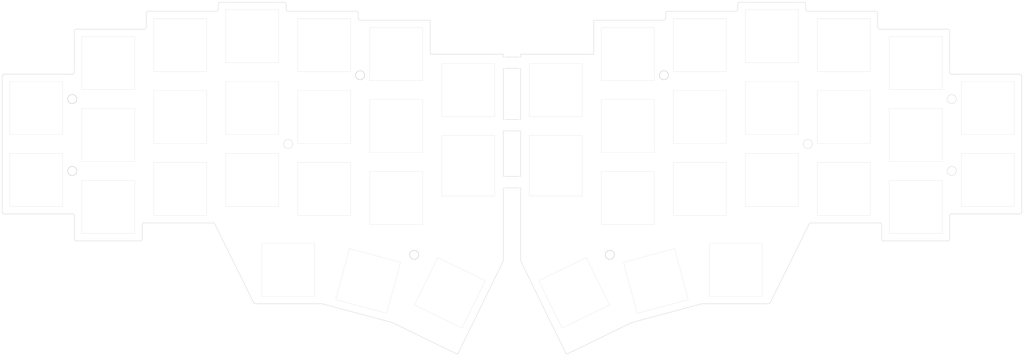
<source format=kicad_pcb>
(kicad_pcb (version 20240108) (generator "pcbnew") (generator_version "8.0")
  (layers (0 "F.Cu" signal) (31 "B.Cu" signal) (34 "B.Paste" user) (35 "F.Paste" user) (36 "B.SilkS" user "B.Silkscreen") (37 "F.SilkS" user "F.Silkscreen") (38 "B.Mask" user) (39 "F.Mask" user) (44 "Edge.Cuts" user))
  (net 0 "")
  (footprint "PCM_marbastlib-mx:SW_MX_1u_null" (layer "F.Cu") (at 57.15 -19.05)
    (property "Reference" "MX4" (hide yes))
    (property "Value" "MX_SW_solder" (hide yes))
    (fp_line (start -7 -7) (end -7 7) (stroke (width 0.05)) (layer "Edge.Cuts"))
    (fp_line (start -7 7) (end 7 7) (stroke (width 0.05)) (layer "Edge.Cuts"))
    (fp_line (start 7 -7) (end -7 -7) (stroke (width 0.05)) (layer "Edge.Cuts"))
    (fp_line (start 7 7) (end 7 -7) (stroke (width 0.05)) (layer "Edge.Cuts"))
  )
  (footprint "PCM_marbastlib-mx:SW_MX_1u_null" (layer "F.Cu") (at 57.15 0)
    (property "Reference" "MX11" (hide yes))
    (property "Value" "MX_SW_solder" (hide yes))
    (fp_line (start -7 -7) (end -7 7) (stroke (width 0.05)) (layer "Edge.Cuts"))
    (fp_line (start -7 7) (end 7 7) (stroke (width 0.05)) (layer "Edge.Cuts"))
    (fp_line (start 7 -7) (end -7 -7) (stroke (width 0.05)) (layer "Edge.Cuts"))
    (fp_line (start 7 7) (end 7 -7) (stroke (width 0.05)) (layer "Edge.Cuts"))
  )
  (footprint "PCM_marbastlib-mx:SW_MX_1u_null" (layer "F.Cu") (at 0 19.05)
    (property "Reference" "MX8" (hide yes))
    (property "Value" "MX_SW_solder" (hide yes))
    (fp_line (start -7 -7) (end -7 7) (stroke (width 0.05)) (layer "Edge.Cuts"))
    (fp_line (start -7 7) (end 7 7) (stroke (width 0.05)) (layer "Edge.Cuts"))
    (fp_line (start 7 -7) (end -7 -7) (stroke (width 0.05)) (layer "Edge.Cuts"))
    (fp_line (start 7 7) (end 7 -7) (stroke (width 0.05)) (layer "Edge.Cuts"))
  )
  (footprint "PCM_marbastlib-mx:SW_MX_1u_null" (layer "F.Cu") (at 95.25 4.7625)
    (property "Reference" "MX13" (hide yes))
    (property "Value" "MX_SW_solder" (hide yes))
    (fp_line (start -7 -7) (end -7 7) (stroke (width 0.05)) (layer "Edge.Cuts"))
    (fp_line (start -7 7) (end 7 7) (stroke (width 0.05)) (layer "Edge.Cuts"))
    (fp_line (start 7 -7) (end -7 -7) (stroke (width 0.05)) (layer "Edge.Cuts"))
    (fp_line (start 7 7) (end 7 -7) (stroke (width 0.05)) (layer "Edge.Cuts"))
  )
  (footprint "PCM_marbastlib-mx:SW_MX_1u_null" (layer "F.Cu") (at 137.52625 14.2875)
    (property "Reference" "MX30" (hide yes))
    (property "Value" "MX_SW_solder" (hide yes))
    (fp_line (start -7 -7) (end -7 9) (stroke (width 0.05)) (layer "Edge.Cuts"))
    (fp_line (start -7 9) (end 7 9) (stroke (width 0.05)) (layer "Edge.Cuts"))
    (fp_line (start 7 -7) (end -7 -7) (stroke (width 0.05)) (layer "Edge.Cuts"))
    (fp_line (start 7 9) (end 7 -7) (stroke (width 0.05)) (layer "Edge.Cuts"))
  )
  (footprint "PCM_marbastlib-mx:SW_MX_1u_null" (layer "F.Cu") (at 57.15 19.05)
    (property "Reference" "MX17" (hide yes))
    (property "Value" "MX_SW_solder" (hide yes))
    (fp_line (start -7 -7) (end -7 7) (stroke (width 0.05)) (layer "Edge.Cuts"))
    (fp_line (start -7 7) (end 7 7) (stroke (width 0.05)) (layer "Edge.Cuts"))
    (fp_line (start 7 -7) (end -7 -7) (stroke (width 0.05)) (layer "Edge.Cuts"))
    (fp_line (start 7 7) (end 7 -7) (stroke (width 0.05)) (layer "Edge.Cuts"))
  )
  (footprint "PCM_marbastlib-mx:SW_MX_1u_null" (layer "F.Cu") (at 213.72625 -16.66875)
    (property "Reference" "MX27" (hide yes))
    (property "Value" "MX_SW_solder" (hide yes))
    (fp_line (start -7 -7) (end -7 7) (stroke (width 0.05)) (layer "Edge.Cuts"))
    (fp_line (start -7 7) (end 7 7) (stroke (width 0.05)) (layer "Edge.Cuts"))
    (fp_line (start 7 -7) (end -7 -7) (stroke (width 0.05)) (layer "Edge.Cuts"))
    (fp_line (start 7 7) (end 7 -7) (stroke (width 0.05)) (layer "Edge.Cuts"))
  )
  (footprint "clipboard:f7853d81-d063-49a6-a7ac-4c26002f4210" (layer "F.Cu") (at 125.4125 3.175)
    (property "Reference" "" (at 0 0 0) (layer "F.SilkS") (effects (font (size 1.27 1.27))))
    (property "Value" "" (at 0 0 0) (layer "F.SilkS") (effects (font (size 1.27 1.27))))
    (pad "" np_thru_hole circle (at -1.564046 0) (size 0.4 0.4) (drill 0.4) (layers "F&B.Cu" "*.Mask"))
    (pad "" np_thru_hole circle (at -1.564046 0.68) (size 0.4 0.4) (drill 0.4) (layers "F&B.Cu" "*.Mask"))
    (pad "" np_thru_hole circle (at -1.564046 1.36) (size 0.4 0.4) (drill 0.4) (layers "F&B.Cu" "*.Mask"))
    (pad "" np_thru_hole circle (at -1.564046 2.04) (size 0.4 0.4) (drill 0.4) (layers "F&B.Cu" "*.Mask"))
    (pad "" np_thru_hole circle (at -1.564046 2.72) (size 0.4 0.4) (drill 0.4) (layers "F&B.Cu" "*.Mask"))
    (pad "" np_thru_hole circle (at 2.574296 0) (size 0.4 0.4) (drill 0.4) (layers "F&B.Cu" "*.Mask"))
    (pad "" np_thru_hole circle (at 2.574296 0.68) (size 0.4 0.4) (drill 0.4) (layers "F&B.Cu" "*.Mask"))
    (pad "" np_thru_hole circle (at 2.574296 1.36) (size 0.4 0.4) (drill 0.4) (layers "F&B.Cu" "*.Mask"))
    (pad "" np_thru_hole circle (at 2.574296 2.04) (size 0.4 0.4) (drill 0.4) (layers "F&B.Cu" "*.Mask"))
    (pad "" np_thru_hole circle (at 2.574296 2.72) (size 0.4 0.4) (drill 0.4) (layers "F&B.Cu" "*.Mask"))
  )
  (footprint "PCM_marbastlib-mx:SW_MX_1u_null" (layer "F.Cu") (at 95.25 23.8125)
    (property "Reference" "MX19" (hide yes))
    (property "Value" "MX_SW_solder" (hide yes))
    (fp_line (start -7 -7) (end -7 7) (stroke (width 0.05)) (layer "Edge.Cuts"))
    (fp_line (start -7 7) (end 7 7) (stroke (width 0.05)) (layer "Edge.Cuts"))
    (fp_line (start 7 -7) (end -7 -7) (stroke (width 0.05)) (layer "Edge.Cuts"))
    (fp_line (start 7 7) (end 7 -7) (stroke (width 0.05)) (layer "Edge.Cuts"))
  )
  (footprint "PCM_marbastlib-mx:SW_MX_1u_null" (layer "F.Cu") (at 232.77625 7.14375)
    (property "Reference" "MX35" (hide yes))
    (property "Value" "MX_SW_solder" (hide yes))
    (fp_line (start -7 -7) (end -7 7) (stroke (width 0.05)) (layer "Edge.Cuts"))
    (fp_line (start -7 7) (end 7 7) (stroke (width 0.05)) (layer "Edge.Cuts"))
    (fp_line (start 7 -7) (end -7 -7) (stroke (width 0.05)) (layer "Edge.Cuts"))
    (fp_line (start 7 7) (end 7 -7) (stroke (width 0.05)) (layer "Edge.Cuts"))
  )
  (footprint "PCM_marbastlib-mx:SW_MX_1u_null" (layer "F.Cu") (at 0 0)
    (property "Reference" "MX1" (hide yes))
    (property "Value" "MX_SW_solder" (hide yes))
    (fp_line (start -7 -7) (end -7 7) (stroke (width 0.05)) (layer "Edge.Cuts"))
    (fp_line (start -7 7) (end 7 7) (stroke (width 0.05)) (layer "Edge.Cuts"))
    (fp_line (start 7 -7) (end -7 -7) (stroke (width 0.05)) (layer "Edge.Cuts"))
    (fp_line (start 7 7) (end 7 -7) (stroke (width 0.05)) (layer "Edge.Cuts"))
  )
  (footprint "PCM_marbastlib-mx:SW_MX_1u_null" (layer "F.Cu") (at 175.62625 -16.66875)
    (property "Reference" "MX25" (hide yes))
    (property "Value" "MX_SW_solder" (hide yes))
    (fp_line (start -7 -7) (end -7 7) (stroke (width 0.05)) (layer "Edge.Cuts"))
    (fp_line (start -7 7) (end 7 7) (stroke (width 0.05)) (layer "Edge.Cuts"))
    (fp_line (start 7 -7) (end -7 -7) (stroke (width 0.05)) (layer "Edge.Cuts"))
    (fp_line (start 7 7) (end 7 -7) (stroke (width 0.05)) (layer "Edge.Cuts"))
  )
  (footprint "PCM_marbastlib-mx:SW_MX_1u_null" (layer "F.Cu") (at 194.67625 0)
    (property "Reference" "MX33" (hide yes))
    (property "Value" "MX_SW_solder" (hide yes))
    (fp_line (start -7 -7) (end -7 7) (stroke (width 0.05)) (layer "Edge.Cuts"))
    (fp_line (start -7 7) (end 7 7) (stroke (width 0.05)) (layer "Edge.Cuts"))
    (fp_line (start 7 -7) (end -7 -7) (stroke (width 0.05)) (layer "Edge.Cuts"))
    (fp_line (start 7 7) (end 7 -7) (stroke (width 0.05)) (layer "Edge.Cuts"))
  )
  (footprint "PCM_marbastlib-mx:SW_MX_1u_null" (layer "F.Cu") (at 66.675 42.8625)
    (property "Reference" "MX20" (hide yes))
    (property "Value" "MX_SW_solder" (hide yes))
    (fp_line (start -7 -7) (end -7 7) (stroke (width 0.05)) (layer "Edge.Cuts"))
    (fp_line (start -7 7) (end 7 7) (stroke (width 0.05)) (layer "Edge.Cuts"))
    (fp_line (start 7 -7) (end -7 -7) (stroke (width 0.05)) (layer "Edge.Cuts"))
    (fp_line (start 7 7) (end 7 -7) (stroke (width 0.05)) (layer "Edge.Cuts"))
  )
  (footprint "clipboard:f7853d81-d063-49a6-a7ac-4c26002f4210" (layer "F.Cu") (at 125.389046 18.270635)
    (property "Reference" "" (at 0 0 0) (layer "F.SilkS") (effects (font (size 1.27 1.27))))
    (property "Value" "" (at 0 0 0) (layer "F.SilkS") (effects (font (size 1.27 1.27))))
    (pad "" np_thru_hole circle (at -1.564046 0) (size 0.4 0.4) (drill 0.4) (layers "F&B.Cu" "*.Mask"))
    (pad "" np_thru_hole circle (at -1.564046 0.68) (size 0.4 0.4) (drill 0.4) (layers "F&B.Cu" "*.Mask"))
    (pad "" np_thru_hole circle (at -1.564046 1.36) (size 0.4 0.4) (drill 0.4) (layers "F&B.Cu" "*.Mask"))
    (pad "" np_thru_hole circle (at -1.564046 2.04) (size 0.4 0.4) (drill 0.4) (layers "F&B.Cu" "*.Mask"))
    (pad "" np_thru_hole circle (at -1.564046 2.72) (size 0.4 0.4) (drill 0.4) (layers "F&B.Cu" "*.Mask"))
    (pad "" np_thru_hole circle (at 2.574296 0) (size 0.4 0.4) (drill 0.4) (layers "F&B.Cu" "*.Mask"))
    (pad "" np_thru_hole circle (at 2.574296 0.68) (size 0.4 0.4) (drill 0.4) (layers "F&B.Cu" "*.Mask"))
    (pad "" np_thru_hole circle (at 2.574296 1.36) (size 0.4 0.4) (drill 0.4) (layers "F&B.Cu" "*.Mask"))
    (pad "" np_thru_hole circle (at 2.574296 2.04) (size 0.4 0.4) (drill 0.4) (layers "F&B.Cu" "*.Mask"))
    (pad "" np_thru_hole circle (at 2.574296 2.72) (size 0.4 0.4) (drill 0.4) (layers "F&B.Cu" "*.Mask"))
  )
  (footprint "PCM_marbastlib-mx:SW_MX_1u_null" (layer "F.Cu") (at 175.62625 21.43125)
    (property "Reference" "MX38" (hide yes))
    (property "Value" "MX_SW_solder" (hide yes))
    (fp_line (start -7 -7) (end -7 7) (stroke (width 0.05)) (layer "Edge.Cuts"))
    (fp_line (start -7 7) (end 7 7) (stroke (width 0.05)) (layer "Edge.Cuts"))
    (fp_line (start 7 -7) (end -7 -7) (stroke (width 0.05)) (layer "Edge.Cuts"))
    (fp_line (start 7 7) (end 7 -7) (stroke (width 0.05)) (layer "Edge.Cuts"))
  )
  (footprint "PCM_marbastlib-mx:SW_MX_1u_null" (layer "F.Cu") (at 87.83609 45.816515 -15)
    (property "Reference" "MX21" (hide yes))
    (property "Value" "MX_SW_solder" (hide yes))
    (fp_line (start -7 7) (end 7 7) (stroke (width 0.05)) (layer "Edge.Cuts"))
    (fp_line (start -7 -7) (end -7 7) (stroke (width 0.05)) (layer "Edge.Cuts"))
    (fp_line (start 7 7) (end 7 -7) (stroke (width 0.05)) (layer "Edge.Cuts"))
    (fp_line (start 7 -7) (end -7 -7) (stroke (width 0.05)) (layer "Edge.Cuts"))
  )
  (footprint "PCM_marbastlib-mx:SW_MX_1u_null" (layer "F.Cu") (at 19.05 -11.90625)
    (property "Reference" "MX2" (hide yes))
    (property "Value" "MX_SW_solder" (hide yes))
    (fp_line (start -7 -7) (end -7 7) (stroke (width 0.05)) (layer "Edge.Cuts"))
    (fp_line (start -7 7) (end 7 7) (stroke (width 0.05)) (layer "Edge.Cuts"))
    (fp_line (start 7 -7) (end -7 -7) (stroke (width 0.05)) (layer "Edge.Cuts"))
    (fp_line (start 7 7) (end 7 -7) (stroke (width 0.05)) (layer "Edge.Cuts"))
  )
  (footprint "PCM_marbastlib-mx:SW_MX_1u_null" (layer "F.Cu") (at 232.77625 26.19375)
    (property "Reference" "MX41" (hide yes))
    (property "Value" "MX_SW_solder" (hide yes))
    (fp_line (start -7 -7) (end -7 7) (stroke (width 0.05)) (layer "Edge.Cuts"))
    (fp_line (start -7 7) (end 7 7) (stroke (width 0.05)) (layer "Edge.Cuts"))
    (fp_line (start 7 -7) (end -7 -7) (stroke (width 0.05)) (layer "Edge.Cuts"))
    (fp_line (start 7 7) (end 7 -7) (stroke (width 0.05)) (layer "Edge.Cuts"))
  )
  (footprint "PCM_marbastlib-mx:SW_MX_1u_null" (layer "F.Cu") (at 137.52625 -4.7625)
    (property "Reference" "MX23" (hide yes))
    (property "Value" "MX_SW_solder" (hide yes))
    (fp_line (start -7 -7) (end -7 7) (stroke (width 0.05)) (layer "Edge.Cuts"))
    (fp_line (start -7 7) (end 7 7) (stroke (width 0.05)) (layer "Edge.Cuts"))
    (fp_line (start 7 -7) (end -7 -7) (stroke (width 0.05)) (layer "Edge.Cuts"))
    (fp_line (start 7 7) (end 7 -7) (stroke (width 0.05)) (layer "Edge.Cuts"))
  )
  (footprint "PCM_marbastlib-mx:SW_MX_1u_null" (layer "F.Cu") (at 163.99016 45.816515 15)
    (property "Reference" "MX43" (hide yes))
    (property "Value" "MX_SW_solder" (hide yes))
    (fp_line (start -7 -7) (end -7 7) (stroke (width 0.05)) (layer "Edge.Cuts"))
    (fp_line (start -7 7) (end 7 7) (stroke (width 0.05)) (layer "Edge.Cuts"))
    (fp_line (start 7 -7) (end -7 -7) (stroke (width 0.05)) (layer "Edge.Cuts"))
    (fp_line (start 7 7) (end 7 -7) (stroke (width 0.05)) (layer "Edge.Cuts"))
  )
  (footprint "PCM_marbastlib-mx:SW_MX_1u_null" (layer "F.Cu") (at 19.05 26.19375)
    (property "Reference" "MX15" (hide yes))
    (property "Value" "MX_SW_solder" (hide yes))
    (fp_line (start -7 -7) (end -7 7) (stroke (width 0.05)) (layer "Edge.Cuts"))
    (fp_line (start -7 7) (end 7 7) (stroke (width 0.05)) (layer "Edge.Cuts"))
    (fp_line (start 7 -7) (end -7 -7) (stroke (width 0.05)) (layer "Edge.Cuts"))
    (fp_line (start 7 7) (end 7 -7) (stroke (width 0.05)) (layer "Edge.Cuts"))
  )
  (footprint "PCM_marbastlib-mx:SW_MX_1u_null" (layer "F.Cu") (at 19.05 7.14375)
    (property "Reference" "MX9" (hide yes))
    (property "Value" "MX_SW_solder" (hide yes))
    (fp_line (start -7 -7) (end -7 7) (stroke (width 0.05)) (layer "Edge.Cuts"))
    (fp_line (start -7 7) (end 7 7) (stroke (width 0.05)) (layer "Edge.Cuts"))
    (fp_line (start 7 -7) (end -7 -7) (stroke (width 0.05)) (layer "Edge.Cuts"))
    (fp_line (start 7 7) (end 7 -7) (stroke (width 0.05)) (layer "Edge.Cuts"))
  )
  (footprint "PCM_marbastlib-mx:SW_MX_1u_null" (layer "F.Cu") (at 156.57625 -14.2875)
    (property "Reference" "MX24" (hide yes))
    (property "Value" "MX_SW_solder" (hide yes))
    (fp_line (start -7 -7) (end -7 7) (stroke (width 0.05)) (layer "Edge.Cuts"))
    (fp_line (start -7 7) (end 7 7) (stroke (width 0.05)) (layer "Edge.Cuts"))
    (fp_line (start 7 -7) (end -7 -7) (stroke (width 0.05)) (layer "Edge.Cuts"))
    (fp_line (start 7 7) (end 7 -7) (stroke (width 0.05)) (layer "Edge.Cuts"))
  )
  (footprint "PCM_marbastlib-mx:SW_MX_1u_null" (layer "F.Cu") (at 38.1 -16.66875)
    (property "Reference" "MX3" (hide yes))
    (property "Value" "MX_SW_solder" (hide yes))
    (fp_line (start -7 -7) (end -7 7) (stroke (width 0.05)) (layer "Edge.Cuts"))
    (fp_line (start -7 7) (end 7 7) (stroke (width 0.05)) (layer "Edge.Cuts"))
    (fp_line (start 7 -7) (end -7 -7) (stroke (width 0.05)) (layer "Edge.Cuts"))
    (fp_line (start 7 7) (end 7 -7) (stroke (width 0.05)) (layer "Edge.Cuts"))
  )
  (footprint "PCM_marbastlib-mx:SW_MX_1.5u" (layer "F.Cu") (at 109.466336 48.969082 64)
    (property "Reference" "MX22" (hide yes))
    (property "Value" "MX_SW_solder" (hide yes))
    (fp_line (start -7 -7) (end -7 7) (stroke (width 0.05)) (layer "Edge.Cuts"))
    (fp_line (start 7 -7) (end -7 -7) (stroke (width 0.05)) (layer "Edge.Cuts"))
    (fp_line (start -7 7) (end 7 7) (stroke (width 0.05)) (layer "Edge.Cuts"))
    (fp_line (start 7 7) (end 7 -7) (stroke (width 0.05)) (layer "Edge.Cuts"))
  )
  (footprint "PCM_marbastlib-mx:SW_MX_1u_null" (layer "F.Cu") (at 76.2 2.38125)
    (property "Reference" "MX12" (hide yes))
    (property "Value" "MX_SW_solder" (hide yes))
    (fp_line (start -7 -7) (end -7 7) (stroke (width 0.05)) (layer "Edge.Cuts"))
    (fp_line (start -7 7) (end 7 7) (stroke (width 0.05)) (layer "Edge.Cuts"))
    (fp_line (start 7 -7) (end -7 -7) (stroke (width 0.05)) (layer "Edge.Cuts"))
    (fp_line (start 7 7) (end 7 -7) (stroke (width 0.05)) (layer "Edge.Cuts"))
  )
  (footprint "PCM_marbastlib-mx:SW_MX_1.5u" (layer "F.Cu") (at 142.359914 48.969082 -64)
    (property "Reference" "MX42" (hide yes))
    (property "Value" "MX_SW_solder" (hide yes))
    (fp_line (start -7 7) (end 7 7) (stroke (width 0.05)) (layer "Edge.Cuts"))
    (fp_line (start 7 7) (end 7 -7) (stroke (width 0.05)) (layer "Edge.Cuts"))
    (fp_line (start -7 -7) (end -7 7) (stroke (width 0.05)) (layer "Edge.Cuts"))
    (fp_line (start 7 -7) (end -7 -7) (stroke (width 0.05)) (layer "Edge.Cuts"))
  )
  (footprint "PCM_marbastlib-mx:SW_MX_1u_null" (layer "F.Cu") (at 213.72625 2.38125)
    (property "Reference" "MX34" (hide yes))
    (property "Value" "MX_SW_solder" (hide yes))
    (fp_line (start -7 -7) (end -7 7) (stroke (width 0.05)) (layer "Edge.Cuts"))
    (fp_line (start -7 7) (end 7 7) (stroke (width 0.05)) (layer "Edge.Cuts"))
    (fp_line (start 7 -7) (end -7 -7) (stroke (width 0.05)) (layer "Edge.Cuts"))
    (fp_line (start 7 7) (end 7 -7) (stroke (width 0.05)) (layer "Edge.Cuts"))
  )
  (footprint "PCM_marbastlib-mx:SW_MX_1u_null" (layer "F.Cu") (at 76.2 -16.66875)
    (property "Reference" "MX5" (hide yes))
    (property "Value" "MX_SW_solder" (hide yes))
    (fp_line (start -7 -7) (end -7 7) (stroke (width 0.05)) (layer "Edge.Cuts"))
    (fp_line (start -7 7) (end 7 7) (stroke (width 0.05)) (layer "Edge.Cuts"))
    (fp_line (start 7 -7) (end -7 -7) (stroke (width 0.05)) (layer "Edge.Cuts"))
    (fp_line (start 7 7) (end 7 -7) (stroke (width 0.05)) (layer "Edge.Cuts"))
  )
  (footprint "PCM_marbastlib-mx:SW_MX_1u_null" (layer "F.Cu") (at 251.82625 19.05)
    (property "Reference" "MX36" (hide yes))
    (property "Value" "MX_SW_solder" (hide yes))
    (fp_line (start -7 -7) (end -7 7) (stroke (width 0.05)) (layer "Edge.Cuts"))
    (fp_line (start -7 7) (end 7 7) (stroke (width 0.05)) (layer "Edge.Cuts"))
    (fp_line (start 7 -7) (end -7 -7) (stroke (width 0.05)) (layer "Edge.Cuts"))
    (fp_line (start 7 7) (end 7 -7) (stroke (width 0.05)) (layer "Edge.Cuts"))
  )
  (footprint "PCM_marbastlib-mx:SW_MX_1u_null" (layer "F.Cu") (at 38.1 2.38125)
    (property "Reference" "MX10" (hide yes))
    (property "Value" "MX_SW_solder" (hide yes))
    (fp_line (start -7 -7) (end -7 7) (stroke (width 0.05)) (layer "Edge.Cuts"))
    (fp_line (start -7 7) (end 7 7) (stroke (width 0.05)) (layer "Edge.Cuts"))
    (fp_line (start 7 -7) (end -7 -7) (stroke (width 0.05)) (layer "Edge.Cuts"))
    (fp_line (start 7 7) (end 7 -7) (stroke (width 0.05)) (layer "Edge.Cuts"))
  )
  (footprint "PCM_marbastlib-mx:SW_MX_1u_null" (layer "F.Cu") (at 175.62625 2.38125)
    (property "Reference" "MX32" (hide yes))
    (property "Value" "MX_SW_solder" (hide yes))
    (fp_line (start -7 -7) (end -7 7) (stroke (width 0.05)) (layer "Edge.Cuts"))
    (fp_line (start -7 7) (end 7 7) (stroke (width 0.05)) (layer "Edge.Cuts"))
    (fp_line (start 7 -7) (end -7 -7) (stroke (width 0.05)) (layer "Edge.Cuts"))
    (fp_line (start 7 7) (end 7 -7) (stroke (width 0.05)) (layer "Edge.Cuts"))
  )
  (footprint "PCM_marbastlib-mx:SW_MX_1u_null" (layer "F.Cu") (at 38.1 21.43125)
    (property "Reference" "MX16" (hide yes))
    (property "Value" "MX_SW_solder" (hide yes))
    (fp_line (start -7 -7) (end -7 7) (stroke (width 0.05)) (layer "Edge.Cuts"))
    (fp_line (start -7 7) (end 7 7) (stroke (width 0.05)) (layer "Edge.Cuts"))
    (fp_line (start 7 -7) (end -7 -7) (stroke (width 0.05)) (layer "Edge.Cuts"))
    (fp_line (start 7 7) (end 7 -7) (stroke (width 0.05)) (layer "Edge.Cuts"))
  )
  (footprint "PCM_marbastlib-mx:SW_MX_1u_null" (layer "F.Cu") (at 213.72625 21.43125)
    (property "Reference" "MX40" (hide yes))
    (property "Value" "MX_SW_solder" (hide yes))
    (fp_line (start -7 -7) (end -7 7) (stroke (width 0.05)) (layer "Edge.Cuts"))
    (fp_line (start -7 7) (end 7 7) (stroke (width 0.05)) (layer "Edge.Cuts"))
    (fp_line (start 7 -7) (end -7 -7) (stroke (width 0.05)) (layer "Edge.Cuts"))
    (fp_line (start 7 7) (end 7 -7) (stroke (width 0.05)) (layer "Edge.Cuts"))
  )
  (footprint "PCM_marbastlib-mx:SW_MX_1u_null" (layer "F.Cu") (at 114.3 14.2875)
    (property "Reference" "MX14" (hide yes))
    (property "Value" "MX_SW_solder" (hide yes))
    (fp_line (start -7 -7) (end -7 9) (stroke (width 0.05)) (layer "Edge.Cuts"))
    (fp_line (start -7 9) (end 7 9) (stroke (width 0.05)) (layer "Edge.Cuts"))
    (fp_line (start 7 -7) (end -7 -7) (stroke (width 0.05)) (layer "Edge.Cuts"))
    (fp_line (start 7 9) (end 7 -7) (stroke (width 0.05)) (layer "Edge.Cuts"))
  )
  (footprint "PCM_marbastlib-mx:SW_MX_1u_null" (layer "F.Cu") (at 156.57625 23.8125)
    (property "Reference" "MX37" (hide yes))
    (property "Value" "MX_SW_solder" (hide yes))
    (fp_line (start -7 -7) (end -7 7) (stroke (width 0.05)) (layer "Edge.Cuts"))
    (fp_line (start -7 7) (end 7 7) (stroke (width 0.05)) (layer "Edge.Cuts"))
    (fp_line (start 7 -7) (end -7 -7) (stroke (width 0.05)) (layer "Edge.Cuts"))
    (fp_line (start 7 7) (end 7 -7) (stroke (width 0.05)) (layer "Edge.Cuts"))
  )
  (footprint "PCM_marbastlib-mx:SW_MX_1u_null" (layer "F.Cu") (at 194.67625 -19.05)
    (property "Reference" "MX26" (hide yes))
    (property "Value" "MX_SW_solder" (hide yes))
    (fp_line (start -7 -7) (end -7 7) (stroke (width 0.05)) (layer "Edge.Cuts"))
    (fp_line (start -7 7) (end 7 7) (stroke (width 0.05)) (layer "Edge.Cuts"))
    (fp_line (start 7 -7) (end -7 -7) (stroke (width 0.05)) (layer "Edge.Cuts"))
    (fp_line (start 7 7) (end 7 -7) (stroke (width 0.05)) (layer "Edge.Cuts"))
  )
  (footprint "clipboard:f7853d81-d063-49a6-a7ac-4c26002f4210" (layer "F.Cu") (at 125.4125 -13.38)
    (property "Reference" "" (at 0 0 0) (layer "F.SilkS") (effects (font (size 1.27 1.27))))
    (property "Value" "" (at 0 0 0) (layer "F.SilkS") (effects (font (size 1.27 1.27))))
    (pad "" np_thru_hole circle (at -1.564046 0) (size 0.4 0.4) (drill 0.4) (layers "F&B.Cu" "*.Mask"))
    (pad "" np_thru_hole circle (at -1.564046 0.68) (size 0.4 0.4) (drill 0.4) (layers "F&B.Cu" "*.Mask"))
    (pad "" np_thru_hole circle (at -1.564046 1.36) (size 0.4 0.4) (drill 0.4) (layers "F&B.Cu" "*.Mask"))
    (pad "" np_thru_hole circle (at -1.564046 2.04) (size 0.4 0.4) (drill 0.4) (layers "F&B.Cu" "*.Mask"))
    (pad "" np_thru_hole circle (at -1.564046 2.72) (size 0.4 0.4) (drill 0.4) (layers "F&B.Cu" "*.Mask"))
    (pad "" np_thru_hole circle (at 2.574296 0) (size 0.4 0.4) (drill 0.4) (layers "F&B.Cu" "*.Mask"))
    (pad "" np_thru_hole circle (at 2.574296 0.68) (size 0.4 0.4) (drill 0.4) (layers "F&B.Cu" "*.Mask"))
    (pad "" np_thru_hole circle (at 2.574296 1.36) (size 0.4 0.4) (drill 0.4) (layers "F&B.Cu" "*.Mask"))
    (pad "" np_thru_hole circle (at 2.574296 2.04) (size 0.4 0.4) (drill 0.4) (layers "F&B.Cu" "*.Mask"))
    (pad "" np_thru_hole circle (at 2.574296 2.72) (size 0.4 0.4) (drill 0.4) (layers "F&B.Cu" "*.Mask"))
  )
  (footprint "PCM_marbastlib-mx:SW_MX_1u_null" (layer "F.Cu") (at 114.3 -4.7625)
    (property "Reference" "MX7" (hide yes))
    (property "Value" "MX_SW_solder" (hide yes))
    (fp_line (start -7 -7) (end -7 7) (stroke (width 0.05)) (layer "Edge.Cuts"))
    (fp_line (start -7 7) (end 7 7) (stroke (width 0.05)) (layer "Edge.Cuts"))
    (fp_line (start 7 -7) (end -7 -7) (stroke (width 0.05)) (layer "Edge.Cuts"))
    (fp_line (start 7 7) (end 7 -7) (stroke (width 0.05)) (layer "Edge.Cuts"))
  )
  (footprint "PCM_marbastlib-mx:SW_MX_1u_null" (layer "F.Cu") (at 76.2 21.43125)
    (property "Reference" "MX18" (hide yes))
    (property "Value" "MX_SW_solder" (hide yes))
    (fp_line (start -7 -7) (end -7 7) (stroke (width 0.05)) (layer "Edge.Cuts"))
    (fp_line (start -7 7) (end 7 7) (stroke (width 0.05)) (layer "Edge.Cuts"))
    (fp_line (start 7 -7) (end -7 -7) (stroke (width 0.05)) (layer "Edge.Cuts"))
    (fp_line (start 7 7) (end 7 -7) (stroke (width 0.05)) (layer "Edge.Cuts"))
  )
  (footprint "PCM_marbastlib-mx:SW_MX_1u_null" (layer "F.Cu") (at 232.77625 -11.90625)
    (property "Reference" "MX28" (hide yes))
    (property "Value" "MX_SW_solder" (hide yes))
    (fp_line (start -7 -7) (end -7 7) (stroke (width 0.05)) (layer "Edge.Cuts"))
    (fp_line (start -7 7) (end 7 7) (stroke (width 0.05)) (layer "Edge.Cuts"))
    (fp_line (start 7 -7) (end -7 -7) (stroke (width 0.05)) (layer "Edge.Cuts"))
    (fp_line (start 7 7) (end 7 -7) (stroke (width 0.05)) (layer "Edge.Cuts"))
  )
  (footprint "PCM_marbastlib-mx:SW_MX_1u_null" (layer "F.Cu") (at 194.67625 19.05)
    (property "Reference" "MX39" (hide yes))
    (property "Value" "MX_SW_solder" (hide yes))
    (fp_line (start -7 -7) (end -7 7) (stroke (width 0.05)) (layer "Edge.Cuts"))
    (fp_line (start -7 7) (end 7 7) (stroke (width 0.05)) (layer "Edge.Cuts"))
    (fp_line (start 7 -7) (end -7 -7) (stroke (width 0.05)) (layer "Edge.Cuts"))
    (fp_line (start 7 7) (end 7 -7) (stroke (width 0.05)) (layer "Edge.Cuts"))
  )
  (footprint "PCM_marbastlib-mx:SW_MX_1u_null" (layer "F.Cu") (at 185.15125 42.8625)
    (property "Reference" "MX44" (hide yes))
    (property "Value" "MX_SW_solder" (hide yes))
    (fp_line (start -7 -7) (end -7 7) (stroke (width 0.05)) (layer "Edge.Cuts"))
    (fp_line (start -7 7) (end 7 7) (stroke (width 0.05)) (layer "Edge.Cuts"))
    (fp_line (start 7 -7) (end -7 -7) (stroke (width 0.05)) (layer "Edge.Cuts"))
    (fp_line (start 7 7) (end 7 -7) (stroke (width 0.05)) (layer "Edge.Cuts"))
  )
  (footprint "PCM_marbastlib-mx:SW_MX_1u_null" (layer "F.Cu") (at 251.82625 0)
    (property "Reference" "MX29" (hide yes))
    (property "Value" "MX_SW_solder" (hide yes))
    (fp_line (start -7 -7) (end -7 7) (stroke (width 0.05)) (layer "Edge.Cuts"))
    (fp_line (start -7 7) (end 7 7) (stroke (width 0.05)) (layer "Edge.Cuts"))
    (fp_line (start 7 -7) (end -7 -7) (stroke (width 0.05)) (layer "Edge.Cuts"))
    (fp_line (start 7 7) (end 7 -7) (stroke (width 0.05)) (layer "Edge.Cuts"))
  )
  (footprint "PCM_marbastlib-mx:SW_MX_1u_null" (layer "F.Cu") (at 156.57625 4.7625)
    (property "Reference" "MX31" (hide yes))
    (property "Value" "MX_SW_solder" (hide yes))
    (fp_line (start -7 -7) (end -7 7) (stroke (width 0.05)) (layer "Edge.Cuts"))
    (fp_line (start -7 7) (end 7 7) (stroke (width 0.05)) (layer "Edge.Cuts"))
    (fp_line (start 7 -7) (end -7 -7) (stroke (width 0.05)) (layer "Edge.Cuts"))
    (fp_line (start 7 7) (end 7 -7) (stroke (width 0.05)) (layer "Edge.Cuts"))
  )
  (footprint "PCM_marbastlib-mx:SW_MX_1u_null" (layer "F.Cu") (at 95.25 -14.2875)
    (property "Reference" "MX6" (hide yes))
    (property "Value" "MX_SW_solder" (hide yes))
    (fp_line (start -7 -7) (end -7 7) (stroke (width 0.05)) (layer "Edge.Cuts"))
    (fp_line (start -7 7) (end 7 7) (stroke (width 0.05)) (layer "Edge.Cuts"))
    (fp_line (start 7 -7) (end -7 -7) (stroke (width 0.05)) (layer "Edge.Cuts"))
    (fp_line (start 7 7) (end 7 -7) (stroke (width 0.05)) (layer "Edge.Cuts"))
  )
  (gr_arc (start 9.575 28.05) (mid 9.928553 28.196447) (end 10.075 28.55) (stroke (width 0.1)) (layer "Edge.Cuts"))
  (gr_line (start 176.288972 51.85) (end 193.815207 51.85) (stroke (width 0.1)) (layer "Edge.Cuts"))
  (gr_line (start 184.60125 -25.675) (end 185.15125 -25.675) (stroke (width 0.1)) (layer "Edge.Cuts"))
  (gr_line (start 123.588454 21.15) (end 128.237796 21.15) (stroke (width 0.1)) (layer "Edge.Cuts"))
  (gr_line (start 85.7 -23.2875) (end 86.25 -23.2875) (stroke (width 0.1)) (layer "Edge.Cuts"))
  (gr_line (start 29.1 -21.4) (end 29.1 -25.175) (stroke (width 0.1)) (layer "Edge.Cuts"))
  (gr_line (start 57.537528 51.570984) (end 47.262472 30.716516) (stroke (width 0.1)) (layer "Edge.Cuts"))
  (gr_line (start 223.72625 30.9375) (end 223.72625 34.7125) (stroke (width 0.1)) (layer "Edge.Cuts"))
  (gr_line (start 166.60125 -25.175) (end 166.60125 -23.8125) (stroke (width 0.1)) (layer "Edge.Cuts"))
  (gr_arc (start 10.05 -20.4) (mid 10.196447 -20.753553) (end 10.55 -20.9) (stroke (width 0.1)) (layer "Edge.Cuts"))
  (gr_line (start 222.20125 -25.675) (end 204.70125 -25.675) (stroke (width 0.1)) (layer "Edge.Cuts"))
  (gr_arc (start 28.075 34.7125) (mid 27.928553 35.066053) (end 27.575 35.2125) (stroke (width 0.1)) (layer "Edge.Cuts"))
  (gr_arc (start 85.7 -23.2875) (mid 85.346447 -23.433947) (end 85.2 -23.7875) (stroke (width 0.1)) (layer "Edge.Cuts"))
  (gr_line (start 128.237796 -13.525) (end 128.237796 -14.29) (stroke (width 0.1)) (layer "Edge.Cuts"))
  (gr_line (start 222.67625 30.4375) (end 223.22625 30.4375) (stroke (width 0.1)) (layer "Edge.Cuts"))
  (gr_line (start 203.65125 -27.55) (end 203.65125 -26.175) (stroke (width 0.1)) (layer "Edge.Cuts"))
  (gr_circle (center 242.30125 16.66875) (end 243.50125 16.66875) (stroke (width 0.1)) (fill none) (layer "Edge.Cuts"))
  (gr_line (start 76.813386 52.180476) (end 94.203646 56.84756) (stroke (width 0.1)) (layer "Edge.Cuts"))
  (gr_arc (start 176.159761 51.866984) (mid 176.223811 51.854262) (end 176.288972 51.85) (stroke (width 0.1)) (layer "Edge.Cuts"))
  (gr_line (start 10.075 34.7125) (end 10.075 28.55) (stroke (width 0.1)) (layer "Edge.Cuts"))
  (gr_line (start 204.538778 30.716516) (end 194.263722 51.570984) (stroke (width 0.1)) (layer "Edge.Cuts"))
  (gr_line (start 128.237796 18.1) (end 128.237796 6.05) (stroke (width 0.1)) (layer "Edge.Cuts"))
  (gr_arc (start 66.65 -25.675) (mid 66.296447 -25.821447) (end 66.15 -26.175) (stroke (width 0.1)) (layer "Edge.Cuts"))
  (gr_line (start 157.508109 56.881031) (end 156.457254 57.393309) (stroke (width 0.1)) (layer "Edge.Cuts"))
  (gr_arc (start 65.65 -28.05) (mid 66.003553 -27.903553) (end 66.15 -27.55) (stroke (width 0.1)) (layer "Edge.Cuts"))
  (gr_arc (start 75.512278 51.85) (mid 75.577439 51.854264) (end 75.641489 51.866984) (stroke (width 0.1)) (layer "Edge.Cuts"))
  (gr_line (start 29.125 30.4375) (end 46.813957 30.4375) (stroke (width 0.1)) (layer "Edge.Cuts"))
  (gr_circle (center 100.0125 38.89375) (end 101.2125 38.89375) (stroke (width 0.15)) (fill none) (layer "Edge.Cuts"))
  (gr_line (start 8.975 -9) (end -8.525 -9) (stroke (width 0.1)) (layer "Edge.Cuts"))
  (gr_line (start 241.25125 -20.9) (end 223.75125 -20.9) (stroke (width 0.1)) (layer "Edge.Cuts"))
  (gr_arc (start -8.525 28.05) (mid -8.878553 27.903553) (end -9.025 27.55) (stroke (width 0.1)) (layer "Edge.Cuts"))
  (gr_arc (start 46.813957 30.4375) (mid 47.078067 30.512946) (end 47.262472 30.716516) (stroke (width 0.1)) (layer "Edge.Cuts"))
  (gr_arc (start -9.025 -8.5) (mid -8.878553 -8.853553) (end -8.525 -9) (stroke (width 0.1)) (layer "Edge.Cuts"))
  (gr_line (start 104.25 -14.29) (end 104.25 -23.2875) (stroke (width 0.1)) (layer "Edge.Cuts"))
  (gr_line (start 123.588454 3.025) (end 128.237796 3.025) (stroke (width 0.1)) (layer "Edge.Cuts"))
  (gr_line (start 10.05 -9.5) (end 10.05 -20.4) (stroke (width 0.1)) (layer "Edge.Cuts"))
  (gr_line (start 66.15 -26.2) (end 66.15 -26.175) (stroke (width 0.1)) (layer "Edge.Cuts"))
  (gr_circle (center 151.81375 38.89375) (end 153.01375 38.89375) (stroke (width 0.15)) (fill none) (layer "Edge.Cuts"))
  (gr_line (start 176.159761 51.866984) (end 174.987864 52.180476) (stroke (width 0.1)) (layer "Edge.Cuts"))
  (gr_line (start 260.82625 27.55) (end 260.82625 -8.5) (stroke (width 0.1)) (layer "Edge.Cuts"))
  (gr_line (start 28.075 34.7125) (end 28.075 30.9375) (stroke (width 0.1)) (layer "Edge.Cuts"))
  (gr_line (start 123.588454 18.1) (end 128.237796 18.1) (stroke (width 0.1)) (layer "Edge.Cuts"))
  (gr_circle (center 166.10125 -8.7) (end 167.30125 -8.7) (stroke (width 0.15)) (fill none) (layer "Edge.Cuts"))
  (gr_circle (center 242.30125 -2.38125) (end 243.50125 -2.38125) (stroke (width 0.1)) (fill none) (layer "Edge.Cuts"))
  (gr_line (start 47.1 -25.675) (end 47.65 -25.675) (stroke (width 0.1)) (layer "Edge.Cuts"))
  (gr_arc (start 123.580836 40.43405) (mid 123.568001 40.546365) (end 123.530272 40.65293) (stroke (width 0.1)) (layer "Edge.Cuts"))
  (gr_line (start 123.580836 40.43405) (end 123.588454 23.5) (stroke (width 0.1)) (layer "Edge.Cuts"))
  (gr_arc (start 260.82625 27.55) (mid 260.679803 27.903553) (end 260.32625 28.05) (stroke (width 0.1)) (layer "Edge.Cuts"))
  (gr_arc (start 140.753499 65.064396) (mid 140.371399 65.087942) (end 140.084642 64.834318) (stroke (width 0.1)) (layer "Edge.Cuts"))
  (gr_circle (center 9.525 -2.38125) (end 10.725 -2.38125) (stroke (width 0.15)) (fill none) (layer "Edge.Cuts"))
  (gr_line (start -9.025 -8.5) (end -9.025 27.55) (stroke (width 0.1)) (layer "Edge.Cuts"))
  (gr_arc (start 48.15 -27.55) (mid 48.296447 -27.903553) (end 48.65 -28.05) (stroke (width 0.1)) (layer "Edge.Cuts"))
  (gr_line (start 123.588454 6.05) (end 123.588454 18.1) (stroke (width 0.1)) (layer "Edge.Cuts"))
  (gr_line (start 95.343996 57.393309) (end 94.293141 56.881031) (stroke (width 0.1)) (layer "Edge.Cuts"))
  (gr_line (start 241.75125 -20.4) (end 241.75125 -9.5) (stroke (width 0.1)) (layer "Edge.Cuts"))
  (gr_circle (center 85.725 -8.7) (end 86.925 -8.7) (stroke (width 0.15)) (fill none) (layer "Edge.Cuts"))
  (gr_line (start 222.70125 -25.175) (end 222.70125 -21.4) (stroke (width 0.1)) (layer "Edge.Cuts"))
  (gr_line (start 166.60125 -23.7875) (end 166.60125 -23.8125) (stroke (width 0.1)) (layer "Edge.Cuts"))
  (gr_arc (start 48.15 -26.175) (mid 48.003553 -25.821447) (end 47.65 -25.675) (stroke (width 0.1)) (layer "Edge.Cuts"))
  (gr_line (start 123.588454 -10.525) (end 128.237796 -10.525) (stroke (width 0.1)) (layer "Edge.Cuts"))
  (gr_arc (start 194.263722 51.570984) (mid 194.079307 51.774537) (end 193.815207 51.85) (stroke (width 0.1)) (layer "Edge.Cuts"))
  (gr_line (start 128.237796 40.427317) (end 128.237796 23.5) (stroke (width 0.1)) (layer "Edge.Cuts"))
  (gr_line (start 242.22625 28.05) (end 242.77625 28.05) (stroke (width 0.1)) (layer "Edge.Cuts"))
  (gr_line (start 185.65125 -26.175) (end 185.65125 -26.2) (stroke (width 0.1)) (layer "Edge.Cuts"))
  (gr_line (start 204.15125 -25.675) (end 204.70125 -25.675) (stroke (width 0.1)) (layer "Edge.Cuts"))
  (gr_line (start 204.987293 30.4375) (end 222.67625 30.4375) (stroke (width 0.1)) (layer "Edge.Cuts"))
  (gr_line (start 186.15125 -28.05) (end 203.15125 -28.05) (stroke (width 0.1)) (layer "Edge.Cuts"))
  (gr_arc (start 185.65125 -26.175) (mid 185.504803 -25.821447) (end 185.15125 -25.675) (stroke (width 0.1)) (layer "Edge.Cuts"))
  (gr_line (start 66.15 -26.2) (end 66.15 -27.55) (stroke (width 0.1)) (layer "Edge.Cuts"))
  (gr_line (start 76.813386 52.180476) (end 75.641489 51.866984) (stroke (width 0.1)) (layer "Edge.Cuts"))
  (gr_line (start 123.588454 6.05) (end 128.237796 6.05) (stroke (width 0.1)) (layer "Edge.Cuts"))
  (gr_arc (start 223.22625 30.4375) (mid 223.579803 30.583947) (end 223.72625 30.9375) (stroke (width 0.1)) (layer "Edge.Cuts"))
  (gr_line (start 241.72625 28.55) (end 241.72625 34.7125) (stroke (width 0.1)) (layer "Edge.Cuts"))
  (gr_line (start 9.025 28.05) (end 9.575 28.05) (stroke (width 0.1)) (layer "Edge.Cuts"))
  (gr_line (start 128.237796 -14.29) (end 147.55125 -14.29) (stroke (width 0.1)) (layer "Edge.Cuts"))
  (gr_line (start 185.65125 -27.55) (end 185.65125 -26.2) (stroke (width 0.1)) (layer "Edge.Cuts"))
  (gr_arc (start 203.15125 -28.05) (mid 203.504803 -27.903553) (end 203.65125 -27.55) (stroke (width 0.1)) (layer "Edge.Cuts"))
  (gr_arc (start 57.986043 51.85) (mid 57.721933 51.774554) (end 57.537528 51.570984) (stroke (width 0.1)) (layer "Edge.Cuts"))
  (gr_line (start 8.975 -9) (end 9.55 -9) (stroke (width 0.1)) (layer "Edge.Cuts"))
  (gr_line (start 242.77625 28.05) (end 260.32625 28.05) (stroke (width 0.1)) (layer "Edge.Cuts"))
  (gr_line (start 123.588454 -14.29) (end 123.588454 -13.525) (stroke (width 0.1)) (layer "Edge.Cuts"))
  (gr_line (start 85.2 -23.8125) (end 85.2 -25.175) (stroke (width 0.1)) (layer "Edge.Cuts"))
  (gr_arc (start 157.508109 56.881031) (mid 157.552055 56.862154) (end 157.597604 56.84756) (stroke (width 0.1)) (layer "Edge.Cuts"))
  (gr_arc (start 10.05 -9.5) (mid 9.903553 -9.146447) (end 9.55 -9) (stroke (width 0.1)) (layer "Edge.Cuts"))
  (gr_line (start -8.525 28.05) (end 9.025 28.05) (stroke (width 0.1)) (layer "Edge.Cuts"))
  (gr_arc (start 29.1 -21.4) (mid 28.953553 -21.046447) (end 28.6 -20.9) (stroke (width 0.1)) (layer "Edge.Cuts"))
  (gr_arc (start 241.72625 34.7125) (mid 241.579803 35.066053) (end 241.22625 35.2125) (stroke (width 0.1)) (layer "Edge.Cuts"))
  (gr_line (start 123.588454 -13.525) (end 128.237796 -13.525) (stroke (width 0.1)) (layer "Edge.Cuts"))
  (gr_arc (start 260.32625 -9) (mid 260.679803 -8.853553) (end 260.82625 -8.5) (stroke (width 0.1)) (layer "Edge.Cuts"))
  (gr_line (start 260.32625 -9) (end 242.82625 -9) (stroke (width 0.1)) (layer "Edge.Cuts"))
  (gr_arc (start 222.20125 -25.675) (mid 222.554803 -25.528553) (end 222.70125 -25.175) (stroke (width 0.1)) (layer "Edge.Cuts"))
  (gr_arc (start 223.20125 -20.9) (mid 222.847697 -21.046447) (end 222.70125 -21.4) (stroke (width 0.1)) (layer "Edge.Cuts"))
  (gr_line (start 123.588454 -14.29) (end 104.25 -14.29) (stroke (width 0.1)) (layer "Edge.Cuts"))
  (gr_line (start 140.753499 65.064396) (end 156.457254 57.393309) (stroke (width 0.1)) (layer "Edge.Cuts"))
  (gr_arc (start 204.538778 30.716516) (mid 204.723193 30.512963) (end 204.987293 30.4375) (stroke (width 0.1)) (layer "Edge.Cuts"))
  (gr_line (start 241.22625 35.2125) (end 224.22625 35.2125) (stroke (width 0.1)) (layer "Edge.Cuts"))
  (gr_circle (center 204.20125 9.525) (end 205.40125 9.525) (stroke (width 0.1)) (fill none) (layer "Edge.Cuts"))
  (gr_line (start 123.588454 23.5) (end 123.588454 21.15) (stroke (width 0.1)) (layer "Edge.Cuts"))
  (gr_line (start 28.05 -20.9) (end 28.6 -20.9) (stroke (width 0.1)) (layer "Edge.Cuts"))
  (gr_circle (center 9.525 16.66875) (end 10.725 16.66875) (stroke (width 0.15)) (fill none) (layer "Edge.Cuts"))
  (gr_line (start 147.55125 -14.29) (end 147.55125 -23.2875) (stroke (width 0.1)) (layer "Edge.Cuts"))
  (gr_arc (start 29.1 -25.175) (mid 29.246447 -25.528553) (end 29.6 -25.675) (stroke (width 0.1)) (layer "Edge.Cuts"))
  (gr_line (start 165.55125 -23.2875) (end 166.10125 -23.2875) (stroke (width 0.1)) (layer "Edge.Cuts"))
  (gr_line (start 47.1 -25.675) (end 29.6 -25.675) (stroke (width 0.1)) (layer "Edge.Cuts"))
  (gr_arc (start 185.65125 -27.55) (mid 185.797697 -27.903553) (end 186.15125 -28.05) (stroke (width 0.1)) (layer "Edge.Cuts"))
  (gr_line (start 66.675 -25.675) (end 67.2 -25.675) (stroke (width 0.1)) (layer "Edge.Cuts"))
  (gr_arc (start 242.25125 -9) (mid 241.897697 -9.146447) (end 241.75125 -9.5) (stroke (width 0.1)) (layer "Edge.Cuts"))
  (gr_arc (start 84.7 -25.675) (mid 85.053553 -25.528553) (end 85.2 -25.175) (stroke (width 0.1)) (layer "Edge.Cuts"))
  (gr_line (start 123.588454 -10.525) (end 123.588454 3.025) (stroke (width 0.1)) (layer "Edge.Cuts"))
  (gr_line (start 147.55125 -23.2875) (end 165.55125 -23.2875) (stroke (width 0.1)) (layer "Edge.Cuts"))
  (gr_line (start 223.20125 -20.9) (end 223.75125 -20.9) (stroke (width 0.1)) (layer "Edge.Cuts"))
  (gr_circle (center 66.675 9.525) (end 67.875 9.525) (stroke (width 0.1)) (fill none) (layer "Edge.Cuts"))
  (gr_line (start 85.2 -23.8125) (end 85.2 -23.7875) (stroke (width 0.1)) (layer "Edge.Cuts"))
  (gr_line (start 157.597604 56.84756) (end 174.987864 52.180476) (stroke (width 0.1)) (layer "Edge.Cuts"))
  (gr_arc (start 10.575 35.2125) (mid 10.221447 35.066053) (end 10.075 34.7125) (stroke (width 0.1)) (layer "Edge.Cuts"))
  (gr_line (start 86.25 -23.2875) (end 104.25 -23.2875) (stroke (width 0.1)) (layer "Edge.Cuts"))
  (gr_arc (start 204.15125 -25.675) (mid 203.797697 -25.821447) (end 203.65125 -26.175) (stroke (width 0.1)) (layer "Edge.Cuts"))
  (gr_line (start 66.65 -25.675) (end 66.675 -25.675) (stroke (width 0.1)) (layer "Edge.Cuts"))
  (gr_arc (start 94.203646 56.84756) (mid 94.249194 56.862156) (end 94.293141 56.881031) (stroke (width 0.1)) (layer "Edge.Cuts"))
  (gr_line (start 48.15 -26.175) (end 48.15 -27.55) (stroke (width 0.1)) (layer "Edge.Cuts"))
  (gr_arc (start 241.72625 28.55) (mid 241.872697 28.196447) (end 242.22625 28.05) (stroke (width 0.1)) (layer "Edge.Cuts"))
  (gr_arc (start 128.288392 40.646488) (mid 128.250609 40.539785) (end 128.237796 40.427317) (stroke (width 0.1)) (layer "Edge.Cuts"))
  (gr_line (start 128.237796 -10.525) (end 128.237796 3.025) (stroke (width 0.1)) (layer "Edge.Cuts"))
  (gr_line (start 242.25125 -9) (end 242.82625 -9) (stroke (width 0.1)) (layer "Edge.Cuts"))
  (gr_arc (start 111.741475 64.834591) (mid 111.454862 65.088165) (end 111.072892 65.064804) (stroke (width 0.1)) (layer "Edge.Cuts"))
  (gr_arc (start 241.25125 -20.9) (mid 241.604803 -20.753553) (end 241.75125 -20.4) (stroke (width 0.1)) (layer "Edge.Cuts"))
  (gr_arc (start 166.60125 -25.175) (mid 166.747697 -25.528553) (end 167.10125 -25.675) (stroke (width 0.1)) (layer "Edge.Cuts"))
  (gr_line (start 28.05 -20.9) (end 10.55 -20.9) (stroke (width 0.1)) (layer "Edge.Cuts"))
  (gr_line (start 57.986043 51.85) (end 75.512278 51.85) (stroke (width 0.1)) (layer "Edge.Cuts"))
  (gr_arc (start 166.60125 -23.7875) (mid 166.454803 -23.433947) (end 166.10125 -23.2875) (stroke (width 0.1)) (layer "Edge.Cuts"))
  (gr_line (start 95.343996 57.393309) (end 111.072892 65.064804) (stroke (width 0.1)) (layer "Edge.Cuts"))
  (gr_line (start 28.575 30.4375) (end 29.125 30.4375) (stroke (width 0.1)) (layer "Edge.Cuts"))
  (gr_arc (start 28.075 30.9375) (mid 28.221447 30.583947) (end 28.575 30.4375) (stroke (width 0.1)) (layer "Edge.Cuts"))
  (gr_line (start 167.10125 -25.675) (end 184.60125 -25.675) (stroke (width 0.1)) (layer "Edge.Cuts"))
  (gr_line (start 67.2 -25.675) (end 84.7 -25.675) (stroke (width 0.1)) (layer "Edge.Cuts"))
  (gr_line (start 128.288392 40.646488) (end 140.084642 64.834318) (stroke (width 0.1)) (layer "Edge.Cuts"))
  (gr_line (start 27.575 35.2125) (end 10.575 35.2125) (stroke (width 0.1)) (layer "Edge.Cuts"))
  (gr_line (start 48.65 -28.05) (end 65.65 -28.05) (stroke (width 0.1)) (layer "Edge.Cuts"))
  (gr_arc (start 224.22625 35.2125) (mid 223.872697 35.066053) (end 223.72625 34.7125) (stroke (width 0.1)) (layer "Edge.Cuts"))
  (gr_line (start 123.530272 40.65293) (end 111.741475 64.834591) (stroke (width 0.1)) (layer "Edge.Cuts"))
  (gr_line (start 128.237796 21.15) (end 128.237796 23.5) (stroke (width 0.1)) (layer "Edge.Cuts"))
)
</source>
